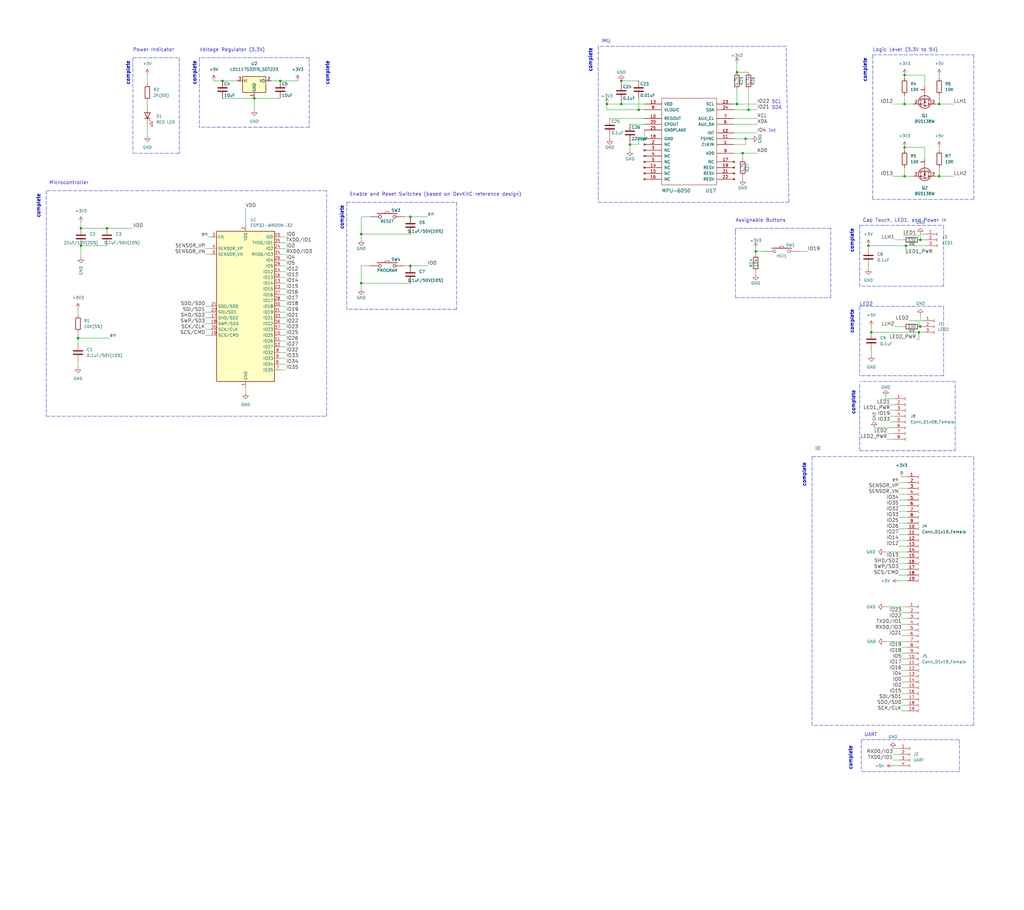
<source format=kicad_sch>
(kicad_sch (version 20211123) (generator eeschema)
  (paper "User" 450.012 399.999)
  (title_block (title "lamp") (date "2022-01-26") (rev "0") (comment 1 "ESP32 based LED driver"))
  (junction (at 332.105 110.49))
  (junction (at 323.85 31.75))
  (junction (at 111.76 43.18))
  (junction (at 123.19 35.56))
  (junction (at 34.29 148.59))
  (junction (at 404.495 105.41))
  (junction (at 180.34 116.84))
  (junction (at 327.66 60.96))
  (junction (at 382.905 146.05))
  (junction (at 280.67 48.26))
  (junction (at 46.99 100.33))
  (junction (at 397.51 33.02))
  (junction (at 35.56 100.33))
  (junction (at 328.93 48.26))
  (junction (at 273.05 45.72))
  (junction (at 35.56 107.95))
  (junction (at 283.21 60.96))
  (junction (at 397.51 45.72))
  (junction (at 404.495 143.51))
  (junction (at 412.75 77.47))
  (junction (at 403.86 146.05))
  (junction (at 276.86 63.5))
  (junction (at 398.145 107.95))
  (junction (at 266.7 45.72))
  (junction (at 412.75 45.72))
  (junction (at 381.635 107.95))
  (junction (at 158.75 124.46))
  (junction (at 273.05 35.56))
  (junction (at 397.51 64.77))
  (junction (at 397.51 77.47))
  (junction (at 323.85 45.72))
  (junction (at 97.79 35.56))
  (junction (at 158.75 102.87))
  (junction (at 326.39 67.31))
  (junction (at 180.34 95.25))
  (wire (pts (xy 393.065 143.51) (xy 396.875 143.51)))
  (wire (pts (xy 34.29 148.59) (xy 34.29 151.13)))
  (wire (pts (xy 267.97 59.69) (xy 267.97 60.96)))
  (wire (pts (xy 393.065 105.41) (xy 396.875 105.41)))
  (wire (pts (xy 323.85 27.94) (xy 323.85 31.75)))
  (wire (pts (xy 177.8 116.84) (xy 180.34 116.84)))
  (wire (pts (xy 392.43 331.47) (xy 394.97 331.47)))
  (wire (pts (xy 326.39 77.47) (xy 326.39 78.74)))
  (polyline (pts (xy 20.32 182.88) (xy 143.51 182.88)))
  (wire (pts (xy 392.43 328.93) (xy 394.97 328.93)))
  (wire (pts (xy 396.24 309.88) (xy 398.78 309.88)))
  (wire (pts (xy 394.97 224.79) (xy 398.78 224.79)))
  (wire (pts (xy 381.635 116.84) (xy 381.635 118.11)))
  (wire (pts (xy 396.24 299.72) (xy 398.78 299.72)))
  (polyline (pts (xy 323.215 100.33) (xy 323.215 101.6)))
  (wire (pts (xy 397.51 64.77) (xy 397.51 66.04)))
  (wire (pts (xy 35.56 97.79) (xy 35.56 100.33)))
  (polyline (pts (xy 135.89 25.4) (xy 87.63 25.4)))
  (wire (pts (xy 123.19 137.16) (xy 125.73 137.16)))
  (polyline (pts (xy 419.735 167.64) (xy 377.825 167.64)))
  (wire (pts (xy 322.58 54.61) (xy 332.74 54.61)))
  (wire (pts (xy 123.19 160.02) (xy 125.73 160.02)))
  (wire (pts (xy 123.19 144.78) (xy 125.73 144.78)))
  (polyline (pts (xy 414.655 134.62) (xy 414.655 165.1)))
  (wire (pts (xy 384.175 187.96) (xy 393.065 187.96)))
  (wire (pts (xy 389.255 175.26) (xy 393.065 175.26)))
  (wire (pts (xy 382.905 143.51) (xy 382.905 146.05)))
  (polyline (pts (xy 377.825 168.91) (xy 377.825 198.12)))
  (polyline (pts (xy 200.66 88.9) (xy 200.66 135.89)))
  (wire (pts (xy 180.34 116.84) (xy 187.96 116.84)))
  (polyline (pts (xy 135.89 55.88) (xy 87.63 55.88)))
  (polyline (pts (xy 78.74 25.4) (xy 78.74 67.31)))
  (wire (pts (xy 394.97 234.95) (xy 398.78 234.95)))
  (wire (pts (xy 381.635 107.95) (xy 381.635 109.22)))
  (polyline (pts (xy 356.87 200.66) (xy 427.99 200.66)))
  (polyline (pts (xy 58.42 25.4) (xy 58.42 67.31)))
  (wire (pts (xy 64.77 33.02) (xy 64.77 36.83)))
  (polyline (pts (xy 427.99 200.66) (xy 427.99 318.77)))
  (wire (pts (xy 323.85 45.72) (xy 332.74 45.72)))
  (wire (pts (xy 123.19 147.32) (xy 125.73 147.32)))
  (wire (pts (xy 403.86 140.97) (xy 403.86 143.51)))
  (wire (pts (xy 381.635 107.95) (xy 398.145 107.95)))
  (polyline (pts (xy 200.66 135.89) (xy 152.4 135.89)))
  (wire (pts (xy 90.17 137.16) (xy 92.71 137.16)))
  (polyline (pts (xy 323.215 101.6) (xy 323.215 130.81)))
  (wire (pts (xy 396.24 289.56) (xy 398.78 289.56)))
  (wire (pts (xy 391.16 185.42) (xy 393.065 185.42)))
  (wire (pts (xy 411.48 45.72) (xy 412.75 45.72)))
  (wire (pts (xy 404.495 105.41) (xy 407.035 105.41)))
  (wire (pts (xy 404.495 102.87) (xy 407.035 102.87)))
  (wire (pts (xy 412.75 64.77) (xy 412.75 66.04)))
  (wire (pts (xy 64.77 44.45) (xy 64.77 46.99)))
  (wire (pts (xy 404.495 143.51) (xy 405.765 143.51)))
  (wire (pts (xy 322.58 52.07) (xy 332.74 52.07)))
  (wire (pts (xy 394.97 219.71) (xy 398.78 219.71)))
  (wire (pts (xy 280.67 60.96) (xy 280.67 63.5)))
  (wire (pts (xy 35.56 107.95) (xy 46.99 107.95)))
  (wire (pts (xy 398.145 107.95) (xy 407.035 107.95)))
  (polyline (pts (xy 383.54 24.13) (xy 427.99 24.13)))
  (wire (pts (xy 273.05 35.56) (xy 273.05 36.83)))
  (polyline (pts (xy 414.655 165.1) (xy 377.825 165.1)))
  (wire (pts (xy 411.48 77.47) (xy 412.75 77.47)))
  (wire (pts (xy 391.16 177.8) (xy 393.065 177.8)))
  (wire (pts (xy 123.19 129.54) (xy 125.73 129.54)))
  (wire (pts (xy 403.86 146.05) (xy 405.765 146.05)))
  (polyline (pts (xy 383.54 24.13) (xy 383.54 87.63)))
  (wire (pts (xy 328.93 39.37) (xy 328.93 48.26)))
  (wire (pts (xy 123.19 149.86) (xy 125.73 149.86)))
  (wire (pts (xy 412.75 77.47) (xy 419.1 77.47)))
  (wire (pts (xy 397.51 33.02) (xy 397.51 34.29)))
  (wire (pts (xy 394.97 222.25) (xy 398.78 222.25)))
  (wire (pts (xy 396.24 312.42) (xy 398.78 312.42)))
  (wire (pts (xy 332.105 109.22) (xy 332.105 110.49)))
  (polyline (pts (xy 421.64 325.12) (xy 421.64 339.09)))
  (wire (pts (xy 394.97 212.09) (xy 398.78 212.09)))
  (wire (pts (xy 123.19 134.62) (xy 125.73 134.62)))
  (polyline (pts (xy 346.71 88.9) (xy 345.44 20.32)))
  (wire (pts (xy 158.75 102.87) (xy 180.34 102.87)))
  (wire (pts (xy 322.58 48.26) (xy 328.93 48.26)))
  (wire (pts (xy 394.97 240.03) (xy 398.78 240.03)))
  (wire (pts (xy 280.67 63.5) (xy 276.86 63.5)))
  (wire (pts (xy 266.7 48.26) (xy 280.67 48.26)))
  (wire (pts (xy 34.29 135.89) (xy 34.29 138.43)))
  (polyline (pts (xy 378.46 325.12) (xy 378.46 339.09)))
  (wire (pts (xy 412.75 73.66) (xy 412.75 77.47)))
  (polyline (pts (xy 262.89 20.32) (xy 262.89 88.9)))
  (polyline (pts (xy 345.44 20.32) (xy 262.89 20.32)))
  (wire (pts (xy 404.495 138.43) (xy 404.495 140.97)))
  (polyline (pts (xy 323.215 130.81) (xy 365.125 130.81)))
  (wire (pts (xy 404.495 140.97) (xy 405.765 140.97)))
  (wire (pts (xy 332.105 120.65) (xy 332.105 119.38)))
  (polyline (pts (xy 377.825 198.12) (xy 419.735 198.12)))
  (polyline (pts (xy 20.32 83.82) (xy 20.32 182.88)))
  (wire (pts (xy 396.24 274.32) (xy 398.78 274.32)))
  (wire (pts (xy 394.97 247.65) (xy 398.78 247.65)))
  (wire (pts (xy 327.66 60.96) (xy 327.66 63.5)))
  (wire (pts (xy 123.19 116.84) (xy 125.73 116.84)))
  (wire (pts (xy 394.97 214.63) (xy 398.78 214.63)))
  (polyline (pts (xy 152.4 88.9) (xy 200.66 88.9)))
  (polyline (pts (xy 135.89 25.4) (xy 135.89 55.88)))
  (wire (pts (xy 273.05 35.56) (xy 280.67 35.56)))
  (wire (pts (xy 280.67 48.26) (xy 283.21 48.26)))
  (polyline (pts (xy 377.825 134.62) (xy 377.825 165.1)))
  (wire (pts (xy 382.905 153.67) (xy 382.905 156.21)))
  (wire (pts (xy 280.67 43.18) (xy 280.67 48.26)))
  (wire (pts (xy 402.59 149.225) (xy 403.86 149.225)))
  (wire (pts (xy 388.62 242.57) (xy 398.78 242.57)))
  (wire (pts (xy 396.875 103.505) (xy 404.495 103.505)))
  (wire (pts (xy 273.05 45.72) (xy 283.21 45.72)))
  (wire (pts (xy 397.51 45.72) (xy 401.32 45.72)))
  (wire (pts (xy 322.58 67.31) (xy 326.39 67.31)))
  (polyline (pts (xy 365.125 130.81) (xy 365.125 100.33)))
  (wire (pts (xy 158.75 95.25) (xy 158.75 102.87)))
  (wire (pts (xy 396.24 269.24) (xy 398.78 269.24)))
  (wire (pts (xy 323.85 39.37) (xy 323.85 45.72)))
  (wire (pts (xy 283.21 57.15) (xy 283.21 60.96)))
  (wire (pts (xy 396.24 271.78) (xy 398.78 271.78)))
  (wire (pts (xy 403.86 149.225) (xy 403.86 146.05)))
  (polyline (pts (xy 152.4 88.9) (xy 152.4 135.89)))
  (wire (pts (xy 394.97 229.87) (xy 398.78 229.87)))
  (wire (pts (xy 90.17 144.78) (xy 92.71 144.78)))
  (wire (pts (xy 323.85 31.75) (xy 328.93 31.75)))
  (wire (pts (xy 90.17 109.22) (xy 92.71 109.22)))
  (wire (pts (xy 266.7 48.26) (xy 266.7 45.72)))
  (wire (pts (xy 34.29 148.59) (xy 48.26 148.59)))
  (wire (pts (xy 273.05 44.45) (xy 273.05 45.72)))
  (wire (pts (xy 406.4 33.02) (xy 397.51 33.02)))
  (wire (pts (xy 397.51 41.91) (xy 397.51 45.72)))
  (polyline (pts (xy 143.51 182.88) (xy 143.51 83.82)))
  (wire (pts (xy 389.89 190.5) (xy 393.065 190.5)))
  (polyline (pts (xy 414.655 125.73) (xy 377.825 125.73)))
  (polyline (pts (xy 414.655 99.06) (xy 414.655 125.73)))
  (wire (pts (xy 266.7 45.72) (xy 273.05 45.72)))
  (wire (pts (xy 391.16 182.88) (xy 393.065 182.88)))
  (wire (pts (xy 327.66 63.5) (xy 322.58 63.5)))
  (wire (pts (xy 93.98 35.56) (xy 97.79 35.56)))
  (wire (pts (xy 322.58 60.96) (xy 327.66 60.96)))
  (wire (pts (xy 412.75 45.72) (xy 419.1 45.72)))
  (polyline (pts (xy 377.825 134.62) (xy 414.655 134.62)))
  (wire (pts (xy 123.19 106.68) (xy 125.73 106.68)))
  (wire (pts (xy 123.19 152.4) (xy 125.73 152.4)))
  (wire (pts (xy 123.19 121.92) (xy 125.73 121.92)))
  (wire (pts (xy 158.75 102.87) (xy 158.75 105.41)))
  (wire (pts (xy 180.34 95.25) (xy 180.34 99.06)))
  (wire (pts (xy 397.51 77.47) (xy 401.32 77.47)))
  (wire (pts (xy 327.66 60.96) (xy 330.2 60.96)))
  (wire (pts (xy 158.75 116.84) (xy 162.56 116.84)))
  (wire (pts (xy 283.21 52.07) (xy 267.97 52.07)))
  (wire (pts (xy 394.97 237.49) (xy 398.78 237.49)))
  (wire (pts (xy 107.95 91.44) (xy 107.95 99.06)))
  (wire (pts (xy 64.77 54.61) (xy 64.77 59.69)))
  (wire (pts (xy 332.105 110.49) (xy 332.105 111.76)))
  (wire (pts (xy 392.43 336.55) (xy 394.97 336.55)))
  (wire (pts (xy 328.93 48.26) (xy 332.74 48.26)))
  (wire (pts (xy 326.39 67.31) (xy 332.74 67.31)))
  (wire (pts (xy 394.97 245.11) (xy 398.78 245.11)))
  (wire (pts (xy 322.58 45.72) (xy 323.85 45.72)))
  (wire (pts (xy 396.24 287.02) (xy 398.78 287.02)))
  (polyline (pts (xy 421.64 339.09) (xy 378.46 339.09)))
  (wire (pts (xy 158.75 95.25) (xy 162.56 95.25)))
  (polyline (pts (xy 143.51 83.82) (xy 20.32 83.82)))
  (wire (pts (xy 322.58 58.42) (xy 332.74 58.42)))
  (wire (pts (xy 123.19 104.14) (xy 125.73 104.14)))
  (wire (pts (xy 406.4 64.77) (xy 397.51 64.77)))
  (wire (pts (xy 90.17 139.7) (xy 92.71 139.7)))
  (wire (pts (xy 396.24 284.48) (xy 398.78 284.48)))
  (wire (pts (xy 394.97 252.73) (xy 398.78 252.73)))
  (wire (pts (xy 34.29 146.05) (xy 34.29 148.59)))
  (wire (pts (xy 389.89 193.04) (xy 393.065 193.04)))
  (wire (pts (xy 123.19 111.76) (xy 125.73 111.76)))
  (wire (pts (xy 406.4 38.1) (xy 406.4 33.02)))
  (wire (pts (xy 332.105 110.49) (xy 335.915 110.49)))
  (wire (pts (xy 391.16 180.34) (xy 393.065 180.34)))
  (wire (pts (xy 389.255 173.99) (xy 389.255 175.26)))
  (wire (pts (xy 388.62 281.94) (xy 398.78 281.94)))
  (wire (pts (xy 396.24 292.1) (xy 398.78 292.1)))
  (polyline (pts (xy 58.42 25.4) (xy 78.74 25.4)))
  (wire (pts (xy 394.97 232.41) (xy 398.78 232.41)))
  (wire (pts (xy 394.97 227.33) (xy 398.78 227.33)))
  (wire (pts (xy 123.19 139.7) (xy 125.73 139.7)))
  (wire (pts (xy 398.145 111.76) (xy 398.145 107.95)))
  (polyline (pts (xy 262.89 88.9) (xy 346.71 88.9)))
  (wire (pts (xy 90.17 134.62) (xy 92.71 134.62)))
  (wire (pts (xy 394.97 255.27) (xy 398.78 255.27)))
  (wire (pts (xy 123.19 109.22) (xy 125.73 109.22)))
  (wire (pts (xy 90.17 142.24) (xy 92.71 142.24)))
  (wire (pts (xy 180.34 95.25) (xy 187.96 95.25)))
  (wire (pts (xy 123.19 162.56) (xy 125.73 162.56)))
  (wire (pts (xy 396.24 307.34) (xy 398.78 307.34)))
  (wire (pts (xy 276.86 54.61) (xy 283.21 54.61)))
  (polyline (pts (xy 427.99 87.63) (xy 383.54 87.63)))
  (wire (pts (xy 123.19 132.08) (xy 125.73 132.08)))
  (wire (pts (xy 123.19 119.38) (xy 125.73 119.38)))
  (wire (pts (xy 397.51 73.66) (xy 397.51 77.47)))
  (wire (pts (xy 111.76 43.18) (xy 111.76 48.26)))
  (wire (pts (xy 412.75 41.91) (xy 412.75 45.72)))
  (wire (pts (xy 107.95 170.18) (xy 107.95 172.72)))
  (polyline (pts (xy 427.99 318.77) (xy 356.87 318.77)))
  (wire (pts (xy 97.79 43.18) (xy 111.76 43.18)))
  (wire (pts (xy 351.155 110.49) (xy 354.965 110.49)))
  (wire (pts (xy 123.19 124.46) (xy 125.73 124.46)))
  (wire (pts (xy 158.75 116.84) (xy 158.75 124.46)))
  (wire (pts (xy 404.495 103.505) (xy 404.495 105.41)))
  (wire (pts (xy 394.97 250.19) (xy 398.78 250.19)))
  (wire (pts (xy 35.56 100.33) (xy 46.99 100.33)))
  (wire (pts (xy 35.56 113.03) (xy 35.56 107.95)))
  (wire (pts (xy 34.29 158.75) (xy 34.29 161.29)))
  (wire (pts (xy 406.4 69.85) (xy 406.4 64.77)))
  (wire (pts (xy 177.8 95.25) (xy 180.34 95.25)))
  (wire (pts (xy 399.415 140.97) (xy 403.86 140.97)))
  (polyline (pts (xy 377.825 99.06) (xy 377.825 125.73)))
  (polyline (pts (xy 365.125 100.33) (xy 323.215 100.33)))
  (wire (pts (xy 90.17 111.76) (xy 92.71 111.76)))
  (wire (pts (xy 396.24 209.55) (xy 398.78 209.55)))
  (wire (pts (xy 97.79 35.56) (xy 104.14 35.56)))
  (wire (pts (xy 123.19 154.94) (xy 125.73 154.94)))
  (wire (pts (xy 396.24 276.86) (xy 398.78 276.86)))
  (wire (pts (xy 326.39 69.85) (xy 326.39 67.31)))
  (polyline (pts (xy 87.63 25.4) (xy 87.63 55.88)))
  (wire (pts (xy 123.19 127) (xy 125.73 127)))
  (wire (pts (xy 394.97 217.17) (xy 398.78 217.17)))
  (wire (pts (xy 388.62 266.7) (xy 398.78 266.7)))
  (polyline (pts (xy 377.825 99.06) (xy 414.655 99.06)))
  (wire (pts (xy 276.86 63.5) (xy 276.86 66.04)))
  (wire (pts (xy 111.76 43.18) (xy 123.19 43.18)))
  (wire (pts (xy 382.905 146.05) (xy 403.86 146.05)))
  (wire (pts (xy 396.24 279.4) (xy 398.78 279.4)))
  (polyline (pts (xy 419.735 198.12) (xy 419.735 167.64)))
  (wire (pts (xy 396.24 297.18) (xy 398.78 297.18)))
  (wire (pts (xy 276.86 62.23) (xy 276.86 63.5)))
  (wire (pts (xy 90.17 147.32) (xy 92.71 147.32)))
  (wire (pts (xy 158.75 124.46) (xy 158.75 127)))
  (polyline (pts (xy 378.46 325.12) (xy 421.64 325.12)))
  (wire (pts (xy 119.38 35.56) (xy 123.19 35.56)))
  (wire (pts (xy 158.75 124.46) (xy 180.34 124.46)))
  (wire (pts (xy 412.75 33.02) (xy 412.75 34.29)))
  (wire (pts (xy 403.86 143.51) (xy 404.495 143.51)))
  (wire (pts (xy 396.24 302.26) (xy 398.78 302.26)))
  (wire (pts (xy 123.19 114.3) (xy 125.73 114.3)))
  (wire (pts (xy 123.19 35.56) (xy 130.81 35.56)))
  (wire (pts (xy 123.19 157.48) (xy 125.73 157.48)))
  (polyline (pts (xy 427.99 24.13) (xy 427.99 87.63)))
  (wire (pts (xy 396.24 304.8) (xy 398.78 304.8)))
  (wire (pts (xy 91.44 104.14) (xy 92.71 104.14)))
  (wire (pts (xy 283.21 60.96) (xy 280.67 60.96)))
  (polyline (pts (xy 356.87 200.66) (xy 356.87 318.77)))
  (polyline (pts (xy 78.74 67.31) (xy 58.42 67.31)))
  (wire (pts (xy 392.43 77.47) (xy 397.51 77.47)))
  (wire (pts (xy 392.43 45.72) (xy 397.51 45.72)))
  (wire (pts (xy 123.19 142.24) (xy 125.73 142.24)))
  (wire (pts (xy 396.24 294.64) (xy 398.78 294.64)))
  (wire (pts (xy 392.43 334.01) (xy 394.97 334.01)))
  (wire (pts (xy 46.99 100.33) (xy 58.42 100.33)))
  (text "Microcontroller" (at 21.59 81.28 0) (effects (font (size 1.524 1.524)) (justify left bottom)))
  (text "complete" (at 375.285 100.33 270) (effects (font (size 1.524 1.524) (thickness 0.3048) bold) (justify right bottom)))
  (text "UART" (at 379.73 323.85 0) (effects (font (size 1.524 1.524)) (justify left bottom)))
  (text "complete" (at 375.285 135.89 270) (effects (font (size 1.524 1.524) (thickness 0.3048) bold) (justify right bottom)))
  (text "complete" (at 381 25.4 270) (effects (font (size 1.524 1.524) (thickness 0.3048) bold) (justify right bottom)))
  (text "LED2" (at 377.825 134.62 0) (effects (font (size 1.524 1.524)) (justify left bottom)))
  (text "complete" (at 151.13 90.17 270) (effects (font (size 1.524 1.524) (thickness 0.3048) bold) (justify right bottom)))
  (text "IMU" (at 264.16 19.05 0) (effects (font (size 1.524 1.524)) (justify left bottom)))
  (text "IO" (at 358.14 198.12 0) (effects (font (size 1.524 1.524)) (justify left bottom)))
  (text "complete" (at 354.33 203.2 270) (effects (font (size 1.524 1.524) (thickness 0.3048) bold) (justify right bottom)))
  (text "complete" (at 260.35 31.75 90) (effects (font (size 1.524 1.524) (thickness 0.3048) bold) (justify left bottom)))
  (text "SCL" (at 339.09 45.72 0) (effects (font (size 1.524 1.524)) (justify left bottom)))
  (text "Logic Level (3.3V to 5V)" (at 383.54 22.86 0) (effects (font (size 1.524 1.524)) (justify left bottom)))
  (text "complete" (at 375.92 171.45 270) (effects (font (size 1.524 1.524) (thickness 0.3048) bold) (justify right bottom)))
  (text "SDA" (at 339.09 48.26 0) (effects (font (size 1.524 1.524)) (justify left bottom)))
  (text "complete" (at 374.65 327.66 270) (effects (font (size 1.524 1.524) (thickness 0.3048) bold) (justify right bottom)))
  (text "Enable and Reset Switches (based on DevKitC reference design)" (at 153.67 86.36 0) (effects (font (size 1.524 1.524)) (justify left bottom)))
  (text "Power Indicator" (at 58.42 22.86 0) (effects (font (size 1.524 1.524)) (justify left bottom)))
  (text "complete" (at 144.78 26.67 270) (effects (font (size 1.524 1.524) (thickness 0.3048) bold) (justify right bottom)))
  (text "Cap Touch, LED1, and Power In" (at 379.095 97.79 0) (effects (font (size 1.524 1.524)) (justify left bottom)))
  (text "complete" (at 17.78 85.09 270) (effects (font (size 1.524 1.524) (thickness 0.3048) bold) (justify right bottom)))
  (text "int" (at 337.82 58.42 0) (effects (font (size 1.524 1.524)) (justify left bottom)))
  (text "Voltage Regulator (3.3V)" (at 87.63 22.86 0) (effects (font (size 1.524 1.524)) (justify left bottom)))
  (text "complete" (at 57.15 26.67 270) (effects (font (size 1.524 1.524) (thickness 0.3048) bold) (justify right bottom)))
  (text "Assignable Buttons" (at 323.215 97.79 0) (effects (font (size 1.524 1.524)) (justify left bottom)))
  (text "complete" (at 86.36 26.67 270) (effects (font (size 1.524 1.524) (thickness 0.3048) bold) (justify right bottom)))
  (label "LED1" (at 391.16 177.8 180) (effects (font (size 1.524 1.524))))
  (label "IO17" (at 125.73 132.08 0) (effects (font (size 1.524 1.524))))
  (label "IO13" (at 394.97 245.11 180) (effects (font (size 1.524 1.524))))
  (label "en" (at 394.97 212.09 180) (effects (font (size 1.524 1.524))))
  (label "RXD0{slash}IO3" (at 396.24 276.86 180) (effects (font (size 1.524 1.524))))
  (label "IO19" (at 354.965 110.49 0) (effects (font (size 1.524 1.524))))
  (label "SCK{slash}CLK" (at 90.17 144.78 180) (effects (font (size 1.524 1.524))))
  (label "IO34" (at 394.97 219.71 180) (effects (font (size 1.524 1.524))))
  (label "IO16" (at 125.73 129.54 0) (effects (font (size 1.524 1.524))))
  (label "IO26" (at 125.73 149.86 0) (effects (font (size 1.524 1.524))))
  (label "LLH2" (at 393.065 143.51 180) (effects (font (size 1.524 1.524))))
  (label "IO35" (at 394.97 222.25 180) (effects (font (size 1.524 1.524))))
  (label "LED2" (at 399.415 140.97 180) (effects (font (size 1.524 1.524))))
  (label "IO12" (at 394.97 240.03 180) (effects (font (size 1.524 1.524))))
  (label "LLH1" (at 419.1 45.72 0) (effects (font (size 1.524 1.524))))
  (label "IO4" (at 125.73 114.3 0) (effects (font (size 1.524 1.524))))
  (label "IO5" (at 125.73 116.84 0) (effects (font (size 1.524 1.524))))
  (label "IO13" (at 125.73 121.92 0) (effects (font (size 1.524 1.524))))
  (label "VDD" (at 107.95 91.44 0) (effects (font (size 1.524 1.524))))
  (label "IO19" (at 396.24 284.48 180) (effects (font (size 1.524 1.524))))
  (label "IO22" (at 332.74 45.72 0) (effects (font (size 1.524 1.524))))
  (label "IO25" (at 125.73 147.32 0) (effects (font (size 1.524 1.524))))
  (label "IO27" (at 394.97 234.95 180) (effects (font (size 1.524 1.524))))
  (label "IO4" (at 332.74 58.42 0) (effects (font (size 1.524 1.524))))
  (label "XDA" (at 332.74 54.61 0) (effects (font (size 1.524 1.524))))
  (label "IO33" (at 394.97 227.33 180) (effects (font (size 1.524 1.524))))
  (label "IO17" (at 396.24 292.1 180) (effects (font (size 1.524 1.524))))
  (label "en" (at 91.44 104.14 180) (effects (font (size 1.524 1.524))))
  (label "IO5" (at 396.24 289.56 180) (effects (font (size 1.524 1.524))))
  (label "LED1_PWR" (at 398.145 111.76 0) (effects (font (size 1.524 1.524))))
  (label "IO32" (at 125.73 154.94 0) (effects (font (size 1.524 1.524))))
  (label "IO0" (at 125.73 104.14 0) (effects (font (size 1.524 1.524))))
  (label "TXD0{slash}IO1" (at 125.73 106.68 0) (effects (font (size 1.524 1.524))))
  (label "en" (at 187.96 95.25 0) (effects (font (size 1.524 1.524))))
  (label "IO18" (at 125.73 134.62 0) (effects (font (size 1.524 1.524))))
  (label "TXD0{slash}IO1" (at 396.24 274.32 180) (effects (font (size 1.524 1.524))))
  (label "SDI{slash}SD1" (at 396.24 307.34 180) (effects (font (size 1.524 1.524))))
  (label "RXD0{slash}IO3" (at 125.73 111.76 0) (effects (font (size 1.524 1.524))))
  (label "LED2_PWR" (at 402.59 149.225 180) (effects (font (size 1.524 1.524))))
  (label "IO19" (at 391.16 182.88 180) (effects (font (size 1.524 1.524))))
  (label "SWP{slash}SD3" (at 90.17 142.24 180) (effects (font (size 1.524 1.524))))
  (label "LED2" (at 389.89 190.5 180) (effects (font (size 1.524 1.524))))
  (label "IO22" (at 396.24 271.78 180) (effects (font (size 1.524 1.524))))
  (label "IO23" (at 396.24 269.24 180) (effects (font (size 1.524 1.524))))
  (label "IO22" (at 125.73 142.24 0) (effects (font (size 1.524 1.524))))
  (label "SCS{slash}CMD" (at 394.97 252.73 180) (effects (font (size 1.524 1.524))))
  (label "IO33" (at 391.16 185.42 180) (effects (font (size 1.524 1.524))))
  (label "IO0" (at 187.96 116.84 0) (effects (font (size 1.524 1.524))))
  (label "IO27" (at 125.73 152.4 0) (effects (font (size 1.524 1.524))))
  (label "IO18" (at 396.24 287.02 180) (effects (font (size 1.524 1.524))))
  (label "IO15" (at 125.73 127 0) (effects (font (size 1.524 1.524))))
  (label "IO25" (at 394.97 229.87 180) (effects (font (size 1.524 1.524))))
  (label "SHD{slash}SD2" (at 394.97 247.65 180) (effects (font (size 1.524 1.524))))
  (label "IO35" (at 125.73 162.56 0) (effects (font (size 1.524 1.524))))
  (label "IO12" (at 125.73 119.38 0) (effects (font (size 1.524 1.524))))
  (label "SCS{slash}CMD" (at 90.17 147.32 180) (effects (font (size 1.524 1.524))))
  (label "SDO{slash}SD0" (at 90.17 134.62 180) (effects (font (size 1.524 1.524))))
  (label "IO2" (at 125.73 109.22 0) (effects (font (size 1.524 1.524))))
  (label "SDI{slash}SD1" (at 90.17 137.16 180) (effects (font (size 1.524 1.524))))
  (label "SDO{slash}SD0" (at 396.24 309.88 180) (effects (font (size 1.524 1.524))))
  (label "AD0" (at 332.74 67.31 0) (effects (font (size 1.524 1.524))))
  (label "IO26" (at 394.97 232.41 180) (effects (font (size 1.524 1.524))))
  (label "IO34" (at 125.73 160.02 0) (effects (font (size 1.524 1.524))))
  (label "IO14" (at 394.97 237.49 180) (effects (font (size 1.524 1.524))))
  (label "IO19" (at 125.73 137.16 0) (effects (font (size 1.524 1.524))))
  (label "TXD0{slash}IO1" (at 392.43 334.01 180) (effects (font (size 1.524 1.524))))
  (label "XCL" (at 332.74 52.07 0) (effects (font (size 1.524 1.524))))
  (label "LED1" (at 396.875 103.505 0) (effects (font (size 1.524 1.524))))
  (label "VDD" (at 58.42 100.33 0) (effects (font (size 1.524 1.524))))
  (label "IO0" (at 396.24 299.72 180) (effects (font (size 1.524 1.524))))
  (label "IO16" (at 396.24 294.64 180) (effects (font (size 1.524 1.524))))
  (label "LED2_PWR" (at 389.89 193.04 180) (effects (font (size 1.524 1.524))))
  (label "RXD0{slash}IO3" (at 392.43 331.47 180) (effects (font (size 1.524 1.524))))
  (label "en" (at 48.26 148.59 0) (effects (font (size 1.524 1.524))))
  (label "IO32" (at 394.97 224.79 180) (effects (font (size 1.524 1.524))))
  (label "SENSOR_VP" (at 90.17 109.22 180) (effects (font (size 1.524 1.524))))
  (label "SCK{slash}CLK" (at 396.24 312.42 180) (effects (font (size 1.524 1.524))))
  (label "SHD{slash}SD2" (at 90.17 139.7 180) (effects (font (size 1.524 1.524))))
  (label "IO33" (at 125.73 157.48 0) (effects (font (size 1.524 1.524))))
  (label "SENSOR_VN" (at 90.17 111.76 180) (effects (font (size 1.524 1.524))))
  (label "IO21" (at 396.24 279.4 180) (effects (font (size 1.524 1.524))))
  (label "IO12" (at 392.43 45.72 180) (effects (font (size 1.524 1.524))))
  (label "LLH1" (at 393.065 105.41 180) (effects (font (size 1.524 1.524))))
  (label "LED1_PWR" (at 391.16 180.34 180) (effects (font (size 1.524 1.524))))
  (label "SENSOR_VP" (at 394.97 214.63 180) (effects (font (size 1.524 1.524))))
  (label "IO13" (at 392.43 77.47 180) (effects (font (size 1.524 1.524))))
  (label "IO14" (at 125.73 124.46 0) (effects (font (size 1.524 1.524))))
  (label "IO21" (at 332.74 48.26 0) (effects (font (size 1.524 1.524))))
  (label "LLH2" (at 419.1 77.47 0) (effects (font (size 1.524 1.524))))
  (label "IO21" (at 125.73 139.7 0) (effects (font (size 1.524 1.524))))
  (label "IO2" (at 396.24 302.26 180) (effects (font (size 1.524 1.524))))
  (label "IO15" (at 396.24 304.8 180) (effects (font (size 1.524 1.524))))
  (label "IO23" (at 125.73 144.78 0) (effects (font (size 1.524 1.524))))
  (label "SENSOR_VN" (at 394.97 217.17 180) (effects (font (size 1.524 1.524))))
  (label "SWP{slash}SD3" (at 394.97 250.19 180) (effects (font (size 1.524 1.524))))
  (label "IO4" (at 396.24 297.18 180) (effects (font (size 1.524 1.524))))
  (symbol (lib_id "mpu-6050:MPU-6050") (at 303.53 66.04 0) (unit 1)
    (property "Reference" "U17" (at 312.42 83.82 0) (effects (font (size 1.524 1.524))))
    (property "Value" "MPU-6050" (at 297.18 83.82 0) (effects (font (size 1.524 1.524))))
    (property "Footprint" "Package_DFN_QFN:QFN-24-1EP_4x4mm_P0.5mm_EP2.7x2.7mm" (effects hide))
  )
  (symbol (lib_id "dreamIO_board-rescue:R") (at 323.85 35.56 0) (unit 1)
    (property "Reference" "R25" (at 325.882 35.56 90))
    (property "Value" "4.7k" (at 323.85 35.56 90))
    (property "Footprint" "Resistor_SMD:R_1206_3216Metric" (effects hide))
  )
  (symbol (lib_id "dreamIO_board-rescue:R") (at 328.93 35.56 0) (unit 1)
    (property "Reference" "R26" (at 330.962 35.56 90))
    (property "Value" "4.7k" (at 328.93 35.56 90))
    (property "Footprint" "Resistor_SMD:R_1206_3216Metric" (effects hide))
  )
  (symbol (lib_id "dreamIO_board-rescue:+3.3V") (at 323.85 27.94 0) (unit 1)
    (property "Reference" "#PWR026" (effects hide))
    (property "Value" "+3.3V" (at 323.85 24.384 0))
  )
  (symbol (lib_id "dreamIO_board-rescue:C") (at 276.86 58.42 0) (unit 1)
    (property "Reference" "C26" (at 277.495 55.88 0) (effects (justify left)))
    (property "Value" "2200pF" (at 277.495 60.96 0) (effects (justify left)))
    (property "Footprint" "Capacitor_SMD:C_1206_3216Metric" (effects hide))
  )
  (symbol (lib_id "dreamIO_board-rescue:GND") (at 276.86 66.04 0) (unit 1)
    (property "Reference" "#PWR027" (effects hide))
    (property "Value" "GND" (at 276.86 69.85 0))
  )
  (symbol (lib_id "dreamIO_board-rescue:+3.3V") (at 266.7 45.72 0) (unit 1)
    (property "Reference" "#PWR028" (effects hide))
    (property "Value" "+3.3V" (at 266.7 42.164 0))
  )
  (symbol (lib_id "dreamIO_board-rescue:C") (at 273.05 40.64 0) (unit 1)
    (property "Reference" "C24" (at 273.685 38.1 0) (effects (justify left)))
    (property "Value" "0.1uF" (at 273.685 43.18 0) (effects (justify left)))
    (property "Footprint" "Capacitor_SMD:C_1206_3216Metric" (effects hide))
  )
  (symbol (lib_id "dreamIO_board-rescue:C") (at 267.97 55.88 0) (unit 1)
    (property "Reference" "C25" (at 268.605 53.34 0) (effects (justify left)))
    (property "Value" "0.1uF" (at 268.605 58.42 0) (effects (justify left)))
    (property "Footprint" "Capacitor_SMD:C_1206_3216Metric" (effects hide))
  )
  (symbol (lib_id "dreamIO_board-rescue:GND") (at 267.97 60.96 0) (unit 1)
    (property "Reference" "#PWR029" (effects hide))
    (property "Value" "GND" (at 267.97 64.77 0))
  )
  (symbol (lib_id "dreamIO_board-rescue:GND") (at 273.05 35.56 180) (unit 1)
    (property "Reference" "#PWR030" (effects hide))
    (property "Value" "GND" (at 273.05 31.75 0))
  )
  (symbol (lib_id "dreamIO_board-rescue:C") (at 280.67 39.37 0) (unit 1)
    (property "Reference" "C23" (at 281.305 36.83 0) (effects (justify left)))
    (property "Value" "0.01uF" (at 281.305 41.91 0) (effects (justify left)))
    (property "Footprint" "Capacitor_SMD:C_1206_3216Metric" (effects hide))
  )
  (symbol (lib_id "dreamIO_board-rescue:GND") (at 330.2 60.96 90) (unit 1)
    (property "Reference" "#PWR031" (effects hide))
    (property "Value" "GND" (at 334.01 60.96 0))
  )
  (symbol (lib_id "dreamIO_board-rescue:R") (at 326.39 73.66 0) (unit 1)
    (property "Reference" "R27" (at 328.422 73.66 90))
    (property "Value" "4.7k" (at 326.39 73.66 90))
    (property "Footprint" "Resistor_SMD:R_1206_3216Metric" (effects hide))
  )
  (symbol (lib_id "dreamIO_board-rescue:GND") (at 326.39 78.74 0) (unit 1)
    (property "Reference" "#PWR032" (effects hide))
    (property "Value" "GND" (at 326.39 82.55 0))
  )
  (symbol (lib_id "dreamIO_board-rescue:GND") (at 332.105 120.65 0) (unit 1)
    (property "Reference" "#PWR042" (effects hide))
    (property "Value" "GND" (at 332.105 124.46 0))
  )
  (symbol (lib_id "dreamIO_board-rescue:R") (at 332.105 115.57 180) (unit 1)
    (property "Reference" "R14" (at 330.073 115.57 90))
    (property "Value" "10k" (at 332.105 115.57 90))
    (property "Footprint" "Resistor_SMD:R_1206_3216Metric" (effects hide))
  )
  (symbol (lib_id "dreamIO_board-rescue:+3.3V") (at 332.105 109.22 0) (unit 1)
    (property "Reference" "#PWR043" (effects hide))
    (property "Value" "+3.3V" (at 332.105 105.664 0))
  )
  (symbol (lib_id "power:+3.3V") (at 397.51 64.77 0) (unit 1)
    (property "Reference" "#PWR0104" (effects hide))
    (property "Value" "+3.3V" (at 397.51 59.69 0))
  )
  (symbol (lib_id "power:+3.3V") (at 396.24 209.55 0) (unit 1)
    (property "Reference" "#PWR0132" (effects hide))
    (property "Value" "+3.3V" (at 396.24 204.47 0))
  )
  (symbol (lib_id "power:GND") (at 388.62 242.57 270) (unit 1)
    (property "Reference" "#PWR0127" (effects hide))
    (property "Value" "GND" (at 384.81 242.5699 90) (effects (justify right)))
  )
  (symbol (lib_id "Device:C") (at 382.905 149.86 0) (unit 1)
    (property "Reference" "C9" (at 386.715 148.5899 0) (effects (justify left)))
    (property "Value" "0.1uF" (at 386.715 151.1299 0) (effects (justify left)))
    (property "Footprint" "Capacitor_SMD:C_1206_3216Metric" (effects hide))
  )
  (symbol (lib_id "Device:C") (at 180.34 120.65 0) (unit 1)
    (property "Reference" "C7" (at 184.15 119.3799 0) (effects (justify left)))
    (property "Value" "0.1uF/50V(10%)" (at 179.07 123.19 0) (effects (justify left)))
    (property "Footprint" "Capacitor_SMD:C_1206_3216Metric" (effects hide))
  )
  (symbol (lib_id "power:GND") (at 381.635 118.11 0) (unit 1)
    (property "Reference" "#PWR0103" (effects hide))
    (property "Value" "GND" (at 381.635 123.19 0))
  )
  (symbol (lib_id "power:+5V") (at 392.43 336.55 90) (unit 1)
    (property "Reference" "#PWR0124" (effects hide))
    (property "Value" "+5V" (at 388.62 336.5499 90) (effects (justify left)))
  )
  (symbol (lib_id "power:GND") (at 35.56 113.03 0) (unit 1)
    (property "Reference" "#PWR0111" (effects hide))
    (property "Value" "GND" (at 35.5599 116.84 90) (effects (justify right)))
  )
  (symbol (lib_id "Connector:Conn_01x03_Female") (at 410.845 143.51 0) (unit 1)
    (property "Reference" "J1" (at 412.115 142.2399 0) (effects (justify left)))
    (property "Value" "LED2" (at 412.115 144.7799 0) (effects (justify left)))
    (property "Footprint" "Connector_PinHeader_2.54mm:PinHeader_1x03_P2.54mm_Vertical" (effects hide))
  )
  (symbol (lib_id "Device:C") (at 35.56 104.14 0) (unit 1)
    (property "Reference" "C2" (at 39.37 102.8699 0) (effects (justify left)))
    (property "Value" "22uF/10V(20%)" (at 27.94 106.68 0) (effects (justify left)))
    (property "Footprint" "Capacitor_SMD:C_1206_3216Metric" (effects hide))
  )
  (symbol (lib_id "power:+5V") (at 64.77 33.02 0) (unit 1)
    (property "Reference" "#PWR0123" (effects hide))
    (property "Value" "+5V" (at 64.77 27.94 0))
  )
  (symbol (lib_id "Connector:Conn_01x08_Female") (at 398.145 182.88 0) (unit 1)
    (property "Reference" "J8" (at 400.05 182.8799 0) (effects (justify left)))
    (property "Value" "Conn_01x08_Female" (at 400.05 185.4199 0) (effects (justify left)))
    (property "Footprint" "TerminalBlock_Phoenix:TerminalBlock_Phoenix_PT-1,5-8-3.5-H_1x08_P3.50mm_Horizontal" (effects hide))
  )
  (symbol (lib_id "Device:R") (at 397.51 38.1 0) (unit 1)
    (property "Reference" "R4" (at 400.05 36.8299 0) (effects (justify left)))
    (property "Value" "10K" (at 400.05 39.3699 0) (effects (justify left)))
    (property "Footprint" "Resistor_SMD:R_1206_3216Metric" (effects hide))
  )
  (symbol (lib_id "Connector:Conn_01x19_Female") (at 403.86 289.56 0) (unit 1)
    (property "Reference" "J5" (at 405.13 288.2899 0) (effects (justify left)))
    (property "Value" "Conn_01x19_Female" (at 405.13 290.8299 0) (effects (justify left)))
    (property "Footprint" "Connector_PinHeader_2.54mm:PinHeader_1x19_P2.54mm_Vertical" (effects hide))
  )
  (symbol (lib_id "dreamIO_board-rescue:GND") (at 158.75 127 0) (unit 1)
    (property "Reference" "#PWR0117" (effects hide))
    (property "Value" "GND" (at 158.75 130.81 0))
  )
  (symbol (lib_id "power:GND") (at 384.175 187.96 180) (unit 1)
    (property "Reference" "#PWR0108" (effects hide))
    (property "Value" "GND" (at 384.175 180.975 90) (effects (justify left)))
  )
  (symbol (lib_id "Device:R") (at 34.29 142.24 0) (unit 1)
    (property "Reference" "R1" (at 36.83 140.9699 0) (effects (justify left)))
    (property "Value" "10K(5%)" (at 36.83 143.5099 0) (effects (justify left)))
    (property "Footprint" "Resistor_SMD:R_1206_3216Metric" (effects hide))
  )
  (symbol (lib_id "Connector:Conn_01x03_Female") (at 412.115 105.41 0) (unit 1)
    (property "Reference" "J3" (at 414.02 104.1399 0) (effects (justify left)))
    (property "Value" "LED1" (at 414.02 106.6799 0) (effects (justify left)))
    (property "Footprint" "Connector_PinHeader_2.54mm:PinHeader_1x03_P2.54mm_Vertical" (effects hide))
  )
  (symbol (lib_id "Device:C") (at 381.635 113.03 0) (unit 1)
    (property "Reference" "C8" (at 385.445 111.7599 0) (effects (justify left)))
    (property "Value" "0.1uF" (at 385.445 114.2999 0) (effects (justify left)))
    (property "Footprint" "Capacitor_SMD:C_1206_3216Metric" (effects hide))
  )
  (symbol (lib_id "power:+3.3V") (at 397.51 33.02 0) (unit 1)
    (property "Reference" "#PWR0105" (effects hide))
    (property "Value" "+3.3V" (at 397.51 27.94 0))
  )
  (symbol (lib_id "Device:C") (at 34.29 154.94 0) (unit 1)
    (property "Reference" "C1" (at 38.1 153.6699 0) (effects (justify left)))
    (property "Value" "0.1uF/50V(10%)" (at 38.1 156.2099 0) (effects (justify left)))
    (property "Footprint" "Capacitor_SMD:C_1206_3216Metric" (effects hide))
  )
  (symbol (lib_id "Device:R") (at 412.75 38.1 0) (unit 1)
    (property "Reference" "R6" (at 415.29 36.8299 0) (effects (justify left)))
    (property "Value" "10K" (at 415.29 39.3699 0) (effects (justify left)))
    (property "Footprint" "Resistor_SMD:R_1206_3216Metric" (effects hide))
  )
  (symbol (lib_id "power:GND") (at 382.905 156.21 0) (unit 1)
    (property "Reference" "#PWR0113" (effects hide))
    (property "Value" "GND" (at 382.905 161.29 0))
  )
  (symbol (lib_id "power:+5V") (at 382.905 143.51 0) (unit 1)
    (property "Reference" "#PWR0101" (effects hide))
    (property "Value" "+5V" (at 382.905 138.43 0))
  )
  (symbol (lib_id "Connector:Conn_01x19_Female") (at 403.86 232.41 0) (unit 1)
    (property "Reference" "J4" (at 405.13 231.1399 0) (effects (justify left)))
    (property "Value" "Conn_01x19_Female" (at 405.13 233.6799 0) (effects (justify left)))
    (property "Footprint" "Connector_PinHeader_2.54mm:PinHeader_1x19_P2.54mm_Vertical" (effects hide))
  )
  (symbol (lib_id "power:+3.3V") (at 130.81 35.56 0) (unit 1)
    (property "Reference" "#PWR0119" (effects hide))
    (property "Value" "+3.3V" (at 130.81 30.48 0))
  )
  (symbol (lib_id "power:GND") (at 388.62 266.7 270) (unit 1)
    (property "Reference" "#PWR0128" (effects hide))
    (property "Value" "GND" (at 384.81 266.6999 90) (effects (justify right)))
  )
  (symbol (lib_id "power:+5V") (at 394.97 255.27 90) (unit 1)
    (property "Reference" "#PWR0126" (effects hide))
    (property "Value" "+5V" (at 391.16 255.2699 90) (effects (justify left)))
  )
  (symbol (lib_id "RF_Module:ESP32-WROOM-32") (at 107.95 134.62 0) (unit 1)
    (property "Reference" "U1" (at 109.9694 96.52 0) (effects (justify left)))
    (property "Value" "ESP32-WROOM-32" (at 109.9694 99.06 0) (effects (justify left)))
    (property "Footprint" "RF_Module:ESP32-WROOM-32" (effects hide))
    (property "Datasheet" "https://www.espressif.com/sites/default/files/documentation/esp32-wroom-32_datasheet_en.pdf" (effects hide))
  )
  (symbol (lib_id "dreamIO_board-rescue:SW_PUSH") (at 170.18 95.25 0) (unit 1)
    (property "Reference" "SW3" (at 173.99 92.456 0))
    (property "Value" "RESET" (at 170.18 97.282 0))
    (property "Footprint" "Button_Switch_SMD:SW_SPST_PTS645" (effects hide))
  )
  (symbol (lib_id "power:GND") (at 404.495 102.87 180) (unit 1)
    (property "Reference" "#PWR0130" (effects hide))
    (property "Value" "GND" (at 404.495 97.79 0))
  )
  (symbol (lib_id "Device:LED") (at 64.77 50.8 90) (unit 1)
    (property "Reference" "D1" (at 68.58 51.1174 90) (effects (justify right)))
    (property "Value" "RED LED" (at 68.58 53.6574 90) (effects (justify right)))
    (property "Footprint" "LED_SMD:LED_1206_3216Metric" (effects hide))
  )
  (symbol (lib_id "Device:R") (at 64.77 40.64 0) (unit 1)
    (property "Reference" "R2" (at 67.31 39.3699 0) (effects (justify left)))
    (property "Value" "2K(5%)" (at 67.31 41.9099 0) (effects (justify left)))
    (property "Footprint" "Resistor_SMD:R_1206_3216Metric" (effects hide))
  )
  (symbol (lib_id "power:GND") (at 404.495 138.43 180) (unit 1)
    (property "Reference" "#PWR0102" (effects hide))
    (property "Value" "GND" (at 404.495 133.35 0))
  )
  (symbol (lib_id "power:GND") (at 389.255 173.99 180) (unit 1)
    (property "Reference" "#PWR0116" (effects hide))
    (property "Value" "GND" (at 389.255 170.18 0))
  )
  (symbol (lib_id "Device:C") (at 46.99 104.14 0) (unit 1)
    (property "Reference" "C3" (at 50.8 102.8699 0) (effects (justify left)))
    (property "Value" "0.1uF/50V(10%)" (at 45.72 106.68 0) (effects (justify left)))
    (property "Footprint" "Capacitor_SMD:C_1206_3216Metric" (effects hide))
  )
  (symbol (lib_id "power:GND") (at 64.77 59.69 0) (unit 1)
    (property "Reference" "#PWR0120" (effects hide))
    (property "Value" "GND" (at 64.77 64.77 0))
  )
  (symbol (lib_id "Regulator_Linear:LD1117S33TR_SOT223") (at 111.76 35.56 0) (unit 1)
    (property "Reference" "U2" (at 111.76 27.94 0))
    (property "Value" "LD1117S33TR_SOT223" (at 111.76 30.48 0))
    (property "Footprint" "Package_TO_SOT_SMD:SOT-223-3_TabPin2" (effects hide))
    (property "Datasheet" "http://www.st.com/st-web-ui/static/active/en/resource/technical/document/datasheet/CD00000544.pdf" (effects hide))
  )
  (symbol (lib_id "power:+5V") (at 412.75 33.02 0) (unit 1)
    (property "Reference" "#PWR0106" (effects hide))
    (property "Value" "+5V" (at 412.75 27.94 0))
  )
  (symbol (lib_id "Device:R") (at 412.75 69.85 0) (unit 1)
    (property "Reference" "R7" (at 415.29 68.5799 0) (effects (justify left)))
    (property "Value" "10K" (at 415.29 71.1199 0) (effects (justify left)))
    (property "Footprint" "Resistor_SMD:R_1206_3216Metric" (effects hide))
  )
  (symbol (lib_id "power:GND") (at 34.29 161.29 0) (unit 1)
    (property "Reference" "#PWR0112" (effects hide))
    (property "Value" "GND" (at 34.29 166.37 0))
  )
  (symbol (lib_id "power:+5V") (at 381.635 107.95 0) (unit 1)
    (property "Reference" "#PWR0114" (effects hide))
    (property "Value" "+5V" (at 381.635 102.87 0))
  )
  (symbol (lib_id "power:GND") (at 107.95 172.72 0) (unit 1)
    (property "Reference" "#PWR0109" (effects hide))
    (property "Value" "GND" (at 107.95 177.8 0))
  )
  (symbol (lib_id "power:GND") (at 111.76 48.26 0) (unit 1)
    (property "Reference" "#PWR0121" (effects hide))
    (property "Value" "GND" (at 111.76 53.34 0))
  )
  (symbol (lib_id "dreamIO_board-rescue:SW_PUSH") (at 343.535 110.49 0) (unit 1)
    (property "Reference" "SW1" (at 347.345 107.696 0))
    (property "Value" "HCI1" (at 343.535 112.522 0))
    (property "Footprint" "Button_Switch_SMD:SW_SPST_PTS645" (effects hide))
  )
  (symbol (lib_id "Connector:Conn_01x04_Female") (at 400.05 331.47 0) (unit 1)
    (property "Reference" "J2" (at 401.32 331.4699 0) (effects (justify left)))
    (property "Value" "UART" (at 401.32 334.0099 0) (effects (justify left)))
    (property "Footprint" "Connector_PinHeader_2.54mm:PinHeader_1x04_P2.54mm_Vertical" (effects hide))
  )
  (symbol (lib_id "dreamIO_board-rescue:R") (at 400.685 143.51 270) (unit 1)
    (property "Reference" "R9" (at 400.685 145.542 90))
    (property "Value" "330" (at 400.685 143.51 90))
    (property "Footprint" "Resistor_SMD:R_1206_3216Metric" (effects hide))
  )
  (symbol (lib_id "power:+3.3V") (at 35.56 97.79 0) (unit 1)
    (property "Reference" "#PWR0115" (effects hide))
    (property "Value" "+3.3V" (at 35.56 92.71 0))
  )
  (symbol (lib_id "power:GND") (at 388.62 281.94 270) (unit 1)
    (property "Reference" "#PWR0129" (effects hide))
    (property "Value" "GND" (at 381 281.94 90) (effects (justify left)))
  )
  (symbol (lib_id "power:+3.3V") (at 34.29 135.89 0) (unit 1)
    (property "Reference" "#PWR0110" (effects hide))
    (property "Value" "+3.3V" (at 34.29 130.81 0))
  )
  (symbol (lib_id "dreamIO_board-rescue:GND") (at 158.75 105.41 0) (unit 1)
    (property "Reference" "#PWR0118" (effects hide))
    (property "Value" "GND" (at 158.75 109.22 0))
  )
  (symbol (lib_id "dreamIO_board-rescue:R") (at 400.685 105.41 270) (unit 1)
    (property "Reference" "R8" (at 400.685 107.442 90))
    (property "Value" "330" (at 400.685 105.41 90))
    (property "Footprint" "Resistor_SMD:R_1206_3216Metric" (effects hide))
  )
  (symbol (lib_id "power:+5V") (at 412.75 64.77 0) (unit 1)
    (property "Reference" "#PWR0107" (effects hide))
    (property "Value" "+5V" (at 412.75 59.69 0))
  )
  (symbol (lib_id "dreamIO_board-rescue:C") (at 97.79 39.37 0) (unit 1)
    (property "Reference" "C4" (at 98.425 36.83 0) (effects (justify left)))
    (property "Value" "10uF" (at 98.425 41.91 0) (effects (justify left)))
    (property "Footprint" "Capacitor_SMD:C_1206_3216Metric" (effects hide))
  )
  (symbol (lib_id "power:+5V") (at 93.98 35.56 0) (unit 1)
    (property "Reference" "#PWR0122" (effects hide))
    (property "Value" "+5V" (at 93.98 30.48 0))
  )
  (symbol (lib_id "Transistor_FET:BSS138") (at 406.4 43.18 270) (unit 1)
    (property "Reference" "Q1" (at 406.4 50.8 90))
    (property "Value" "BSS138W" (at 406.4 53.34 90))
    (property "Footprint" "Package_TO_SOT_SMD:SOT-323_SC-70" (effects hide))
  )
  (symbol (lib_id "dreamIO_board-rescue:SW_PUSH") (at 170.18 116.84 0) (unit 1)
    (property "Reference" "SW4" (at 173.99 114.046 0))
    (property "Value" "PROGRAM" (at 170.18 118.872 0))
    (property "Footprint" "Button_Switch_SMD:SW_SPST_PTS645" (effects hide))
  )
  (symbol (lib_id "power:GND") (at 392.43 328.93 180) (unit 1)
    (property "Reference" "#PWR0125" (effects hide))
    (property "Value" "GND" (at 392.43 323.85 0))
  )
  (symbol (lib_id "dreamIO_board-rescue:C") (at 123.19 39.37 0) (unit 1)
    (property "Reference" "C5" (at 123.825 36.83 0) (effects (justify left)))
    (property "Value" "10uF" (at 123.825 41.91 0) (effects (justify left)))
    (property "Footprint" "Capacitor_SMD:C_1206_3216Metric" (effects hide))
  )
  (symbol (lib_id "Device:C") (at 180.34 99.06 0) (unit 1)
    (property "Reference" "C6" (at 184.15 97.7899 0) (effects (justify left)))
    (property "Value" "0.1uF/50V(10%)" (at 179.07 101.6 0) (effects (justify left)))
    (property "Footprint" "Capacitor_SMD:C_1206_3216Metric" (effects hide))
  )
  (symbol (lib_id "Device:R") (at 397.51 69.85 0) (unit 1)
    (property "Reference" "R5" (at 400.05 68.5799 0) (effects (justify left)))
    (property "Value" "10K" (at 400.05 71.1199 0) (effects (justify left)))
    (property "Footprint" "Resistor_SMD:R_1206_3216Metric" (effects hide))
  )
  (symbol (lib_id "Transistor_FET:BSS138") (at 406.4 74.93 270) (unit 1)
    (property "Reference" "Q2" (at 406.4 82.55 90))
    (property "Value" "BSS138W" (at 406.4 85.09 90))
    (property "Footprint" "Package_TO_SOT_SMD:SOT-323_SC-70" (effects hide))
  )
)
</source>
